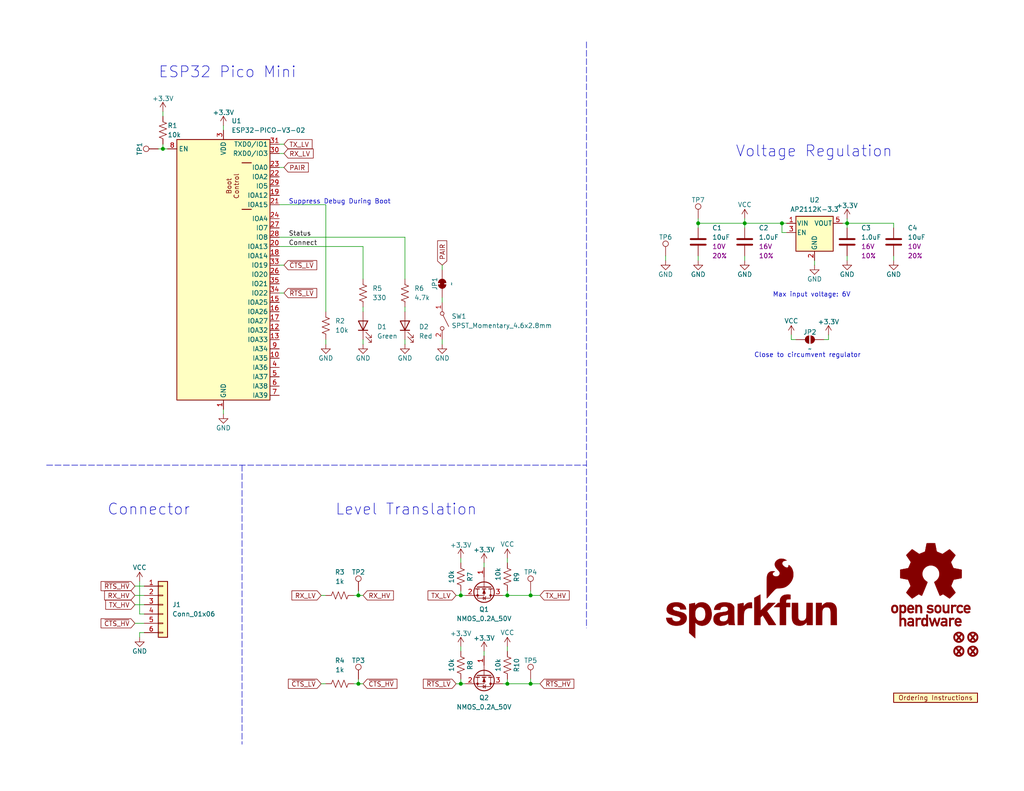
<source format=kicad_sch>
(kicad_sch (version 20230121) (generator eeschema)
  (paper "USLetter")
  (title_block (title "SparkFun BlueSMiRF v2") (date "2023-07-29") (rev "v11") (comment 1 "Designed by: N. Seidle"))
  (lib_symbols
    (symbol "10k_0603_1" (pin_numbers hide) (pin_names (offset 0))
      (property "Reference" "R" (at 0 -2.54 0))
      (property "Value" "10k" (at 0 2.54 0))
      (symbol "10k_0603_1_1_1"
        (pin passive line (at 3.81 0 180) (length 1.27) (name "~") (number "1"))
        (pin passive line (at -3.81 0 0) (length 1.27) (name "~") (number "2"))
      )
    )
    (symbol "10k_0603_2" (pin_numbers hide) (pin_names (offset 0))
      (property "Reference" "R" (at 0 -2.54 0))
      (property "Value" "10k" (at 0 2.54 0))
      (symbol "10k_0603_2_1_1"
        (pin passive line (at 3.81 0 180) (length 1.27) (name "~") (number "1"))
        (pin passive line (at -3.81 0 0) (length 1.27) (name "~") (number "2"))
      )
    )
    (symbol "10k_0603_3" (pin_numbers hide) (pin_names (offset 0))
      (property "Reference" "R" (at 0 -2.54 0))
      (property "Value" "10k" (at 0 2.54 0))
      (symbol "10k_0603_3_1_1"
        (pin passive line (at 3.81 0 180) (length 1.27) (name "~") (number "1"))
        (pin passive line (at -3.81 0 0) (length 1.27) (name "~") (number "2"))
      )
    )
    (symbol "10k_0603_4" (pin_numbers hide) (pin_names (offset 0))
      (property "Reference" "R" (at 0 -2.54 0))
      (property "Value" "10k" (at 0 2.54 0))
      (symbol "10k_0603_4_1_1"
        (pin passive line (at 3.81 0 180) (length 1.27) (name "~") (number "1"))
        (pin passive line (at -3.81 0 0) (length 1.27) (name "~") (number "2"))
      )
    )
    (symbol "10k_0603_5" (pin_numbers hide) (pin_names (offset 0))
      (property "Reference" "R" (at 0 -2.54 0))
      (property "Value" "10k" (at 0 2.54 0))
      (symbol "10k_0603_5_1_1"
        (pin passive line (at 3.81 0 180) (length 1.27) (name "~") (number "1"))
        (pin passive line (at -3.81 0 0) (length 1.27) (name "~") (number "2"))
      )
    )
    (symbol "SparkFun-Aesthetic:Fiducial_0.5"
      (symbol "Fiducial_0.5_1_1"
        (text "x" (at 0 0.254 0) (effects (font (size 2.5 2.5) bold)))
      )
    )
    (symbol "SparkFun-Aesthetic:OSHW_Logo" (pin_names (offset 1.016)) (in_bom no))
    (symbol "SparkFun-Aesthetic:Ordering_Instructions"
      (symbol "Ordering_Instructions_1_1"
        (text "Ordering Instructions" (at 1.27 0 0) (effects (font (size 1.27 1.27))))
      )
    )
    (symbol "SparkFun-Aesthetic:SparkFun_Logo" (pin_names (offset 1.016)) (on_board no))
    (symbol "SparkFun-Capacitor:1.0uF_0603_16V_10%" (pin_numbers hide) (pin_names (offset 0.254))
      (property "Reference" "C" (at 0.635 2.54 0))
      (property "Value" "1.0uF" (at 0.635 -2.54 0))
      (property "Voltage" "16V" (at 0 -6.35 0))
      (property "Tolerance" "10%" (at 0 -8.89 0))
      (symbol "1.0uF_0603_16V_10%_1_1"
        (pin passive line (at 0 3.81 270) (length 2.794) (name "~") (number "1"))
        (pin passive line (at 0 -3.81 90) (length 2.794) (name "~") (number "2"))
      )
    )
    (symbol "SparkFun-Capacitor:10uF_0603_10V_20%" (pin_numbers hide) (pin_names (offset 0.254))
      (property "Reference" "C" (at 0.635 2.54 0))
      (property "Value" "10uF" (at 0.635 -2.54 0))
      (property "Voltage" "10V" (at 0 -6.35 0))
      (property "Tolerance" "20%" (at 0 -8.89 0))
      (symbol "10uF_0603_10V_20%_1_1"
        (pin passive line (at 0 3.81 270) (length 2.794) (name "~") (number "1"))
        (pin passive line (at 0 -3.81 90) (length 2.794) (name "~") (number "2"))
      )
    )
    (symbol "SparkFun-Connector:Conn_01x06_RA_SMD" (pin_names (offset 1.016) hide)
      (property "Reference" "J" (at 0 7.62 0))
      (property "Value" "Conn_01x06" (at 0 -10.16 0))
      (symbol "Conn_01x06_RA_SMD_1_1"
        (pin passive line (at -5.08 5.08 0) (length 3.81) (name "Pin_1") (number "1"))
        (pin passive line (at -5.08 2.54 0) (length 3.81) (name "Pin_2") (number "2"))
        (pin passive line (at -5.08 0 0) (length 3.81) (name "Pin_3") (number "3"))
        (pin passive line (at -5.08 -2.54 0) (length 3.81) (name "Pin_4") (number "4"))
        (pin passive line (at -5.08 -5.08 0) (length 3.81) (name "Pin_5") (number "5"))
        (pin passive line (at -5.08 -7.62 0) (length 3.81) (name "Pin_6") (number "6"))
      )
    )
    (symbol "SparkFun-Connector:TestPoint_0.75mm" (pin_numbers hide) (pin_names (offset 0) hide)
      (property "Reference" "TP" (at 0 5.08 0))
      (symbol "TestPoint_0.75mm_1_1"
        (pin passive line (at 0 0 90) (length 2.54) (name "1") (number "1"))
      )
    )
    (symbol "SparkFun-Connector:TestPoint_PTH" (pin_numbers hide) (pin_names (offset 0.762) hide)
      (property "Reference" "TP" (at 0 5.08 0))
      (symbol "TestPoint_PTH_1_1"
        (pin passive line (at 0 0 90) (length 2.54) (name "1") (number "1"))
      )
    )
    (symbol "SparkFun-DiscreteSemi:Q_NMOS_0.2A_50V" (pin_names (offset 0) hide)
      (property "Reference" "Q" (at 5.08 1.27 0))
      (property "Value" "NMOS_0.2A_50V" (at 5.08 -1.27 0))
      (symbol "Q_NMOS_0.2A_50V_1_1"
        (pin input line (at -5.08 0 0) (length 2.54) (name "G") (number "1"))
        (pin passive line (at 2.54 -5.08 90) (length 2.54) (name "S") (number "2"))
        (pin passive line (at 2.54 5.08 270) (length 2.54) (name "D") (number "3"))
      )
    )
    (symbol "SparkFun-Jumper:SolderJumper_2_Bridged" (pin_numbers hide) (pin_names (offset 0) hide)
      (property "Reference" "JP" (at 0 2.032 0))
      (property "Value" "~" (at 0 -2.54 0))
      (symbol "SolderJumper_2_Bridged_1_1"
        (pin passive line (at -3.81 0 0) (length 2.54) (name "A") (number "1"))
        (pin passive line (at 3.81 0 180) (length 2.54) (name "B") (number "2"))
      )
    )
    (symbol "SparkFun-Jumper:SolderJumper_2_Open" (pin_numbers hide) (pin_names (offset 0) hide)
      (property "Reference" "JP" (at 0 2.032 0))
      (property "Value" "~" (at 0 -2.54 0))
      (symbol "SolderJumper_2_Open_1_1"
        (pin passive line (at -3.81 0 0) (length 2.54) (name "A") (number "1"))
        (pin passive line (at 3.81 0 180) (length 2.54) (name "B") (number "2"))
      )
    )
    (symbol "SparkFun-LED:LED_Green_0603" (pin_numbers hide) (pin_names (offset 1.016) hide)
      (property "Reference" "D" (at 0 2.54 0))
      (property "Value" "Green" (at 0 -2.54 0))
      (symbol "LED_Green_0603_1_1"
        (pin passive line (at -3.81 0 0) (length 2.54) (name "K") (number "1"))
        (pin passive line (at 3.81 0 180) (length 2.54) (name "A") (number "2"))
      )
    )
    (symbol "SparkFun-LED:LED_Red_0603" (pin_numbers hide) (pin_names (offset 1.016) hide)
      (property "Reference" "D" (at 0 2.54 0))
      (property "Value" "Red" (at 0 -2.54 0))
      (symbol "LED_Red_0603_1_1"
        (pin passive line (at -3.81 0 0) (length 2.54) (name "K") (number "1"))
        (pin passive line (at 3.81 0 180) (length 2.54) (name "A") (number "2"))
      )
    )
    (symbol "SparkFun-PowerSymbol:GND" (power) (pin_names (offset 0))
      (property "Value" "GND" (at 0 -3.81 0))
      (symbol "GND_1_1"
        (pin power_in line (at 0 0 270) (length 0) hide (name "GND") (number "1"))
      )
    )
    (symbol "SparkFun-PowerSymbol:VCC" (power) (pin_names (offset 0))
      (property "Value" "VCC" (at 0 3.81 0))
      (symbol "VCC_1_1"
        (pin power_in line (at 0 0 90) (length 0) hide (name "VCC") (number "1"))
      )
    )
    (symbol "SparkFun-RF:ESP32-PICO-V3-02"
      (property "Reference" "U" (at -12.7 33.02 0))
      (property "Value" "ESP32-PICO-V3-02" (at 1.27 33.02 0))
      (symbol "ESP32-PICO-V3-02_1_1"
        (text "Boot\nControl" (at 2.54 19.05 900) (effects (font (size 1.27 1.27))))
        (pin power_in line (at 0 -41.91 90) (length 2.54) (name "GND") (number "1"))
        (pin input line (at 15.24 -27.94 180) (length 2.54) (name "IA35") (number "10"))
        (pin passive line (at 0 -41.91 90) (length 2.54) hide (name "GND") (number "11"))
        (pin bidirectional line (at 15.24 -20.32 180) (length 2.54) (name "IOA32") (number "12"))
        (pin bidirectional line (at 15.24 -22.86 180) (length 2.54) (name "IOA33") (number "13"))
        (pin passive line (at 0 -41.91 90) (length 2.54) hide (name "GND") (number "14"))
        (pin bidirectional line (at 15.24 -12.7 180) (length 2.54) (name "IOA25") (number "15"))
        (pin bidirectional line (at 15.24 -15.24 180) (length 2.54) (name "IOA26") (number "16"))
        (pin bidirectional line (at 15.24 -17.78 180) (length 2.54) (name "IOA27") (number "17"))
        (pin bidirectional line (at 15.24 0 180) (length 2.54) (name "IOA14") (number "18"))
        (pin bidirectional line (at 15.24 16.51 180) (length 2.54) (name "IOA12") (number "19"))
        (pin passive line (at 0 -41.91 90) (length 2.54) hide (name "GND") (number "2"))
        (pin bidirectional line (at 15.24 2.54 180) (length 2.54) (name "IOA13") (number "20"))
        (pin bidirectional line (at 15.24 13.97 180) (length 2.54) (name "IOA15") (number "21"))
        (pin bidirectional line (at 15.24 21.59 180) (length 2.54) (name "IOA2") (number "22"))
        (pin bidirectional line (at 15.24 24.13 180) (length 2.54) (name "IOA0") (number "23"))
        (pin bidirectional line (at 15.24 10.16 180) (length 2.54) (name "IOA4") (number "24"))
        (pin no_connect line (at -12.7 -11.43 0) (length 2.54) hide (name "NC") (number "25"))
        (pin bidirectional line (at 15.24 -5.08 180) (length 2.54) (name "IO20") (number "26"))
        (pin bidirectional line (at 15.24 7.62 180) (length 2.54) (name "IO7") (number "27"))
        (pin bidirectional line (at 15.24 5.08 180) (length 2.54) (name "IO8") (number "28"))
        (pin bidirectional line (at 15.24 19.05 180) (length 2.54) (name "IO5") (number "29"))
        (pin power_in line (at 0 34.29 270) (length 2.54) (name "VDD") (number "3"))
        (pin bidirectional line (at 15.24 27.94 180) (length 2.54) (name "RXD0/IO3") (number "30"))
        (pin bidirectional line (at 15.24 30.48 180) (length 2.54) (name "TXD0/IO1") (number "31"))
        (pin no_connect line (at -12.7 -13.97 0) (length 2.54) hide (name "NC") (number "32"))
        (pin bidirectional line (at 15.24 -2.54 180) (length 2.54) (name "IO19") (number "33"))
        (pin bidirectional line (at 15.24 -10.16 180) (length 2.54) (name "IO22") (number "34"))
        (pin bidirectional line (at 15.24 -7.62 180) (length 2.54) (name "IO21") (number "35"))
        (pin passive line (at 0 -41.91 90) (length 2.54) hide (name "GND") (number "36"))
        (pin passive line (at 0 -41.91 90) (length 2.54) hide (name "GND") (number "37"))
        (pin passive line (at 0 -41.91 90) (length 2.54) hide (name "GND") (number "38"))
        (pin passive line (at 0 -41.91 90) (length 2.54) hide (name "GND") (number "39"))
        (pin input line (at 15.24 -30.48 180) (length 2.54) (name "IA36") (number "4"))
        (pin passive line (at 0 -41.91 90) (length 2.54) hide (name "GND") (number "40"))
        (pin passive line (at 0 -41.91 90) (length 2.54) hide (name "GND") (number "41"))
        (pin passive line (at 0 -41.91 90) (length 2.54) hide (name "GND") (number "42"))
        (pin passive line (at 0 -41.91 90) (length 2.54) hide (name "GND") (number "43"))
        (pin passive line (at 0 -41.91 90) (length 2.54) hide (name "GND") (number "44"))
        (pin passive line (at 0 -41.91 90) (length 2.54) hide (name "GND") (number "45"))
        (pin passive line (at 0 -41.91 90) (length 2.54) hide (name "GND") (number "46"))
        (pin passive line (at 0 -41.91 90) (length 2.54) hide (name "GND") (number "47"))
        (pin passive line (at 0 -41.91 90) (length 2.54) hide (name "GND") (number "48"))
        (pin passive line (at 0 -41.91 90) (length 2.54) hide (name "GND") (number "49.1"))
        (pin passive line (at 0 -41.91 90) (length 2.54) hide (name "GND") (number "49.2"))
        (pin passive line (at 0 -41.91 90) (length 2.54) hide (name "GND") (number "49.3"))
        (pin passive line (at 0 -41.91 90) (length 2.54) hide (name "GND") (number "49.4"))
        (pin passive line (at 0 -41.91 90) (length 2.54) hide (name "GND") (number "49.5"))
        (pin passive line (at 0 -41.91 90) (length 2.54) hide (name "GND") (number "49.6"))
        (pin passive line (at 0 -41.91 90) (length 2.54) hide (name "GND") (number "49.7"))
        (pin passive line (at 0 -41.91 90) (length 2.54) hide (name "GND") (number "49.8"))
        (pin passive line (at 0 -41.91 90) (length 2.54) hide (name "GND") (number "49.9"))
        (pin input line (at 15.24 -33.02 180) (length 2.54) (name "IA37") (number "5"))
        (pin passive line (at 0 -41.91 90) (length 2.54) hide (name "GND") (number "50"))
        (pin passive line (at 0 -41.91 90) (length 2.54) hide (name "GND") (number "51"))
        (pin passive line (at 0 -41.91 90) (length 2.54) hide (name "GND") (number "52"))
        (pin passive line (at 0 -41.91 90) (length 2.54) hide (name "GND") (number "53"))
        (pin input line (at 15.24 -35.56 180) (length 2.54) (name "IA38") (number "6"))
        (pin input line (at 15.24 -38.1 180) (length 2.54) (name "IA39") (number "7"))
        (pin input line (at -15.24 29.21 0) (length 2.54) (name "EN") (number "8"))
        (pin input line (at 15.24 -25.4 180) (length 2.54) (name "IA34") (number "9"))
      )
    )
    (symbol "SparkFun-Regulator:AP2112K-3.3" (pin_names (offset 0.254))
      (property "Reference" "U3" (at 0 8.89 0))
      (property "Value" "AP2112K-3.3" (at 0 6.35 0))
      (symbol "AP2112K-3.3_1_1"
        (pin power_in line (at -7.62 2.54 0) (length 2.54) (name "VIN") (number "1"))
        (pin power_in line (at 0 -7.62 90) (length 2.54) (name "GND") (number "2"))
        (pin input line (at -7.62 0 0) (length 2.54) (name "EN") (number "3"))
        (pin no_connect line (at 5.08 0 180) (length 2.54) hide (name "NC") (number "4"))
        (pin power_out line (at 7.62 2.54 180) (length 2.54) (name "VOUT") (number "5"))
      )
    )
    (symbol "SparkFun-Resistor:10k_0603" (pin_numbers hide) (pin_names (offset 0))
      (property "Reference" "R" (at 2.54 0 90))
      (property "Value" "10k" (at -2.54 0 90))
      (symbol "10k_0603_1_1"
        (pin passive line (at 0 3.81 270) (length 1.27) (name "~") (number "1"))
        (pin passive line (at 0 -3.81 90) (length 1.27) (name "~") (number "2"))
      )
    )
    (symbol "SparkFun-Resistor:1k_0603" (pin_numbers hide) (pin_names (offset 0))
      (property "Reference" "R" (at 2.54 0 90))
      (property "Value" "1k" (at -2.54 0 90))
      (symbol "1k_0603_1_1"
        (pin passive line (at 0 3.81 270) (length 1.27) (name "~") (number "1"))
        (pin passive line (at 0 -3.81 90) (length 1.27) (name "~") (number "2"))
      )
    )
    (symbol "SparkFun-Resistor:330_0603" (pin_numbers hide) (pin_names (offset 0))
      (property "Reference" "R" (at 2.54 0 90))
      (property "Value" "330" (at -2.54 0 90))
      (symbol "330_0603_1_1"
        (pin passive line (at 0 3.81 270) (length 1.27) (name "~") (number "1"))
        (pin passive line (at 0 -3.81 90) (length 1.27) (name "~") (number "2"))
      )
    )
    (symbol "SparkFun-Resistor:4.7k_0603" (pin_numbers hide) (pin_names (offset 0))
      (property "Reference" "R" (at 2.54 0 90))
      (property "Value" "4.7k" (at -2.54 0 90))
      (symbol "4.7k_0603_1_1"
        (pin passive line (at 0 3.81 270) (length 1.27) (name "~") (number "1"))
        (pin passive line (at 0 -3.81 90) (length 1.27) (name "~") (number "2"))
      )
    )
    (symbol "SparkFun-Switch:SPST_Momentary_4.6x2.8mm" (pin_names (offset 0) hide)
      (property "Reference" "SW" (at 0 3.175 0))
      (property "Value" "SPST_Momentary_4.6x2.8mm" (at 0 -2.54 0))
      (symbol "SPST_Momentary_4.6x2.8mm_1_1"
        (pin passive line (at -5.08 0 0) (length 2.54) (name "A") (number "1"))
        (pin passive line (at 5.08 0 180) (length 2.54) (name "B") (number "2"))
      )
    )
    (symbol "power:+3.3V" (power) (pin_names (offset 0))
      (property "Value" "+3.3V" (at 0 3.556 0))
      (symbol "+3.3V_1_1"
        (pin power_in line (at 0 0 90) (length 0) hide (name "+3.3V") (number "1"))
      )
    )
    (symbol "power:GND" (power) (pin_names (offset 0))
      (property "Value" "GND" (at 0 -3.81 0))
      (symbol "GND_1_1"
        (pin power_in line (at 0 0 270) (length 0) hide (name "GND") (number "1"))
      )
    )
  )
  (junction (at 97.79 162.56))
  (junction (at 125.73 162.56))
  (junction (at 44.45 40.64))
  (junction (at 231.14 60.96))
  (junction (at 97.79 186.69))
  (junction (at 144.78 186.69))
  (junction (at 213.36 60.96))
  (junction (at 144.78 162.56))
  (junction (at 138.43 186.69))
  (junction (at 138.43 162.56))
  (junction (at 190.5 60.96))
  (junction (at 125.73 186.69))
  (junction (at 203.2 60.96))
  (wire (pts (xy 39.37 167.64) (xy 38.1 167.64)))
  (wire (pts (xy 99.06 67.31) (xy 99.06 76.2)))
  (wire (pts (xy 45.72 40.64) (xy 44.45 40.64)))
  (wire (pts (xy 110.49 64.77) (xy 110.49 76.2)))
  (wire (pts (xy 138.43 152.4) (xy 138.43 153.67)))
  (wire (pts (xy 138.43 185.42) (xy 138.43 186.69)))
  (wire (pts (xy 144.78 161.29) (xy 144.78 162.56)))
  (wire (pts (xy 213.36 60.96) (xy 214.63 60.96)))
  (wire (pts (xy 138.43 161.29) (xy 138.43 162.56)))
  (wire (pts (xy 60.96 34.29) (xy 60.96 35.56)))
  (wire (pts (xy 138.43 186.69) (xy 144.78 186.69)))
  (wire (pts (xy 97.79 185.42) (xy 97.79 186.69)))
  (wire (pts (xy 88.9 55.88) (xy 88.9 85.09)))
  (wire (pts (xy 132.08 177.8) (xy 132.08 179.07)))
  (wire (pts (xy 76.2 45.72) (xy 77.47 45.72)))
  (wire (pts (xy 99.06 92.71) (xy 99.06 93.98)))
  (wire (pts (xy 231.14 60.96) (xy 243.84 60.96)))
  (wire (pts (xy 222.25 71.12) (xy 222.25 72.39)))
  (wire (pts (xy 190.5 60.96) (xy 203.2 60.96)))
  (wire (pts (xy 138.43 176.53) (xy 138.43 177.8)))
  (wire (pts (xy 87.63 162.56) (xy 88.9 162.56)))
  (wire (pts (xy 125.73 152.4) (xy 125.73 153.67)))
  (wire (pts (xy 203.2 69.85) (xy 203.2 71.12)))
  (wire (pts (xy 224.79 92.71) (xy 226.06 92.71)))
  (wire (pts (xy 125.73 161.29) (xy 125.73 162.56)))
  (wire (pts (xy 127 162.56) (xy 125.73 162.56)))
  (wire (pts (xy 87.63 186.69) (xy 88.9 186.69)))
  (wire (pts (xy 132.08 153.67) (xy 132.08 154.94)))
  (polyline (pts (xy 66.04 127) (xy 66.04 203.2)) (stroke (width 0) (type dash)))
  (wire (pts (xy 190.5 59.69) (xy 190.5 60.96)))
  (wire (pts (xy 76.2 39.37) (xy 77.47 39.37)))
  (wire (pts (xy 76.2 80.01) (xy 77.47 80.01)))
  (wire (pts (xy 120.65 93.98) (xy 120.65 92.71)))
  (wire (pts (xy 99.06 83.82) (xy 99.06 85.09)))
  (wire (pts (xy 190.5 62.23) (xy 190.5 60.96)))
  (wire (pts (xy 36.83 160.02) (xy 39.37 160.02)))
  (wire (pts (xy 144.78 186.69) (xy 147.32 186.69)))
  (wire (pts (xy 39.37 172.72) (xy 38.1 172.72)))
  (wire (pts (xy 44.45 30.48) (xy 44.45 31.75)))
  (wire (pts (xy 97.79 186.69) (xy 99.06 186.69)))
  (wire (pts (xy 203.2 59.69) (xy 203.2 60.96)))
  (wire (pts (xy 124.46 162.56) (xy 125.73 162.56)))
  (wire (pts (xy 125.73 185.42) (xy 125.73 186.69)))
  (wire (pts (xy 76.2 64.77) (xy 110.49 64.77)))
  (wire (pts (xy 96.52 186.69) (xy 97.79 186.69)))
  (wire (pts (xy 203.2 60.96) (xy 203.2 62.23)))
  (wire (pts (xy 137.16 162.56) (xy 138.43 162.56)))
  (wire (pts (xy 214.63 63.5) (xy 213.36 63.5)))
  (wire (pts (xy 36.83 162.56) (xy 39.37 162.56)))
  (wire (pts (xy 243.84 60.96) (xy 243.84 62.23)))
  (wire (pts (xy 231.14 69.85) (xy 231.14 71.12)))
  (wire (pts (xy 124.46 186.69) (xy 125.73 186.69)))
  (wire (pts (xy 138.43 162.56) (xy 144.78 162.56)))
  (wire (pts (xy 88.9 93.98) (xy 88.9 92.71)))
  (wire (pts (xy 213.36 63.5) (xy 213.36 60.96)))
  (wire (pts (xy 44.45 40.64) (xy 44.45 39.37)))
  (wire (pts (xy 76.2 67.31) (xy 99.06 67.31)))
  (wire (pts (xy 60.96 113.03) (xy 60.96 111.76)))
  (wire (pts (xy 215.9 91.44) (xy 215.9 92.71)))
  (wire (pts (xy 76.2 55.88) (xy 88.9 55.88)))
  (wire (pts (xy 144.78 185.42) (xy 144.78 186.69)))
  (wire (pts (xy 231.14 60.96) (xy 231.14 62.23)))
  (wire (pts (xy 231.14 59.69) (xy 231.14 60.96)))
  (wire (pts (xy 76.2 41.91) (xy 77.47 41.91)))
  (wire (pts (xy 36.83 165.1) (xy 39.37 165.1)))
  (wire (pts (xy 38.1 172.72) (xy 38.1 173.99)))
  (wire (pts (xy 96.52 162.56) (xy 97.79 162.56)))
  (wire (pts (xy 97.79 161.29) (xy 97.79 162.56)))
  (wire (pts (xy 137.16 186.69) (xy 138.43 186.69)))
  (wire (pts (xy 120.65 72.39) (xy 120.65 73.66)))
  (wire (pts (xy 243.84 69.85) (xy 243.84 71.12)))
  (wire (pts (xy 97.79 162.56) (xy 99.06 162.56)))
  (polyline (pts (xy 12.7 127) (xy 160.02 127)) (stroke (width 0) (type dash)))
  (wire (pts (xy 76.2 72.39) (xy 77.47 72.39)))
  (wire (pts (xy 190.5 69.85) (xy 190.5 71.12)))
  (wire (pts (xy 203.2 60.96) (xy 213.36 60.96)))
  (wire (pts (xy 125.73 186.69) (xy 127 186.69)))
  (wire (pts (xy 110.49 92.71) (xy 110.49 93.98)))
  (wire (pts (xy 43.18 40.64) (xy 44.45 40.64)))
  (wire (pts (xy 144.78 162.56) (xy 147.32 162.56)))
  (wire (pts (xy 120.65 81.28) (xy 120.65 82.55)))
  (wire (pts (xy 229.87 60.96) (xy 231.14 60.96)))
  (wire (pts (xy 181.61 71.12) (xy 181.61 69.85)))
  (wire (pts (xy 215.9 92.71) (xy 217.17 92.71)))
  (wire (pts (xy 226.06 91.44) (xy 226.06 92.71)))
  (wire (pts (xy 38.1 158.75) (xy 38.1 167.64)))
  (wire (pts (xy 125.73 176.53) (xy 125.73 177.8)))
  (wire (pts (xy 36.83 170.18) (xy 39.37 170.18)))
  (polyline (pts (xy 160.02 11.43) (xy 160.02 171.45)) (stroke (width 0) (type dash)))
  (wire (pts (xy 110.49 83.82) (xy 110.49 85.09)))
  (text "Max input voltage: 6V" (at 210.82 81.28 0) (effects (font (size 1.27 1.27)) (justify left bottom)))
  (text "ESP32 Pico Mini\n" (at 43.18 21.59 0) (effects (font (size 3 3)) (justify left bottom)))
  (text "Connector\n" (at 29.21 140.97 0) (effects (font (size 3 3)) (justify left bottom)))
  (text "Level Translation\n" (at 91.44 140.97 0) (effects (font (size 3 3)) (justify left bottom)))
  (text "Voltage Regulation" (at 200.66 43.18 0) (effects (font (size 3 3)) (justify left bottom)))
  (text "Suppress Debug During Boot" (at 78.74 55.88 0) (effects (font (size 1.27 1.27)) (justify left bottom)))
  (text "Close to circumvent regulator" (at 205.74 97.79 0) (effects (font (size 1.27 1.27)) (justify left bottom)))
  (label "Status" (at 78.74 64.77 0))
  (label "Connect" (at 78.74 67.31 0))
  (global_label "TX_LV" (shape input) (at 77.47 39.37 0) (property "Intersheetrefs" "${INTERSHEET_REFS}" (effects hide)))
  (global_label "RX_HV" (shape input) (at 36.83 162.56 180) (property "Intersheetrefs" "${INTERSHEET_REFS}" (effects hide)))
  (global_label "~{RTS_LV}" (shape input) (at 124.46 186.69 180) (property "Intersheetrefs" "${INTERSHEET_REFS}" (effects hide)))
  (global_label "~{CTS_HV}" (shape input) (at 99.06 186.69 0) (property "Intersheetrefs" "${INTERSHEET_REFS}" (effects hide)))
  (global_label "~{RTS_HV}" (shape input) (at 147.32 186.69 0) (property "Intersheetrefs" "${INTERSHEET_REFS}" (effects hide)))
  (global_label "RX_LV" (shape input) (at 87.63 162.56 180) (property "Intersheetrefs" "${INTERSHEET_REFS}" (effects hide)))
  (global_label "PAIR" (shape input) (at 120.65 72.39 90) (property "Intersheetrefs" "${INTERSHEET_REFS}" (effects hide)))
  (global_label "~{CTS_LV}" (shape input) (at 77.47 72.39 0) (property "Intersheetrefs" "${INTERSHEET_REFS}" (effects hide)))
  (global_label "PAIR" (shape input) (at 77.47 45.72 0) (property "Intersheetrefs" "${INTERSHEET_REFS}" (effects hide)))
  (global_label "TX_HV" (shape input) (at 147.32 162.56 0) (property "Intersheetrefs" "${INTERSHEET_REFS}" (effects hide)))
  (global_label "RX_HV" (shape input) (at 99.06 162.56 0) (property "Intersheetrefs" "${INTERSHEET_REFS}" (effects hide)))
  (global_label "~{RTS_HV}" (shape input) (at 36.83 160.02 180) (property "Intersheetrefs" "${INTERSHEET_REFS}" (effects hide)))
  (global_label "RX_LV" (shape input) (at 77.47 41.91 0) (property "Intersheetrefs" "${INTERSHEET_REFS}" (effects hide)))
  (global_label "~{RTS_LV}" (shape input) (at 77.47 80.01 0) (property "Intersheetrefs" "${INTERSHEET_REFS}" (effects hide)))
  (global_label "TX_HV" (shape input) (at 36.83 165.1 180) (property "Intersheetrefs" "${INTERSHEET_REFS}" (effects hide)))
  (global_label "~{CTS_HV}" (shape input) (at 36.83 170.18 180) (property "Intersheetrefs" "${INTERSHEET_REFS}" (effects hide)))
  (global_label "~{CTS_LV}" (shape input) (at 87.63 186.69 180) (property "Intersheetrefs" "${INTERSHEET_REFS}" (effects hide)))
  (global_label "TX_LV" (shape input) (at 124.46 162.56 180) (property "Intersheetrefs" "${INTERSHEET_REFS}" (effects hide)))
  (symbol (lib_id "SparkFun-Aesthetic:Fiducial_0.5") (at 265.43 177.8 0) (unit 1)
    (property "Reference" "FID4" (effects hide))
    (property "Value" "Fiducial_0.5" (effects hide))
    (property "Footprint" "SparkFun-Aesthetic:Fiducial_0.5mm_Mask1mm" (effects hide))
  )
  (symbol (lib_id "SparkFun-Aesthetic:Fiducial_0.5") (at 265.43 173.99 0) (unit 1)
    (property "Reference" "FID3" (effects hide))
    (property "Value" "Fiducial_0.5" (effects hide))
    (property "Footprint" "SparkFun-Aesthetic:Fiducial_0.5mm_Mask1mm" (effects hide))
  )
  (symbol (lib_id "SparkFun-Jumper:SolderJumper_2_Bridged") (at 120.65 77.47 90) (unit 1)
    (property "Reference" "JP1" (at 118.618 77.47 0))
    (property "Value" "~" (at 123.19 77.47 0))
    (property "Footprint" "SparkFun-Jumper:SMT-JUMPER_2_NC_TRACE_SILK" (effects hide))
  )
  (symbol (lib_id "SparkFun-LED:LED_Green_0603") (at 99.06 88.9 90) (unit 1)
    (property "Reference" "D1" (at 102.87 89.2175 90) (effects (justify right)))
    (property "Value" "Green" (at 102.87 91.7575 90) (effects (justify right)))
    (property "Footprint" "SparkFun-LED:LED_0603_1608Metric" (effects hide))
    (property "Datasheet" "https://docs.broadcom.com/docs/AV02-0551EN" (effects hide))
    (property "PROD_ID" "DIO-00821" (effects hide))
  )
  (symbol (lib_id "SparkFun-Capacitor:1.0uF_0603_16V_10%") (at 231.14 66.04 0) (unit 1)
    (property "Reference" "C3" (at 234.95 62.23 0) (effects (justify left)))
    (property "Value" "1.0uF" (at 234.95 64.77 0) (effects (justify left)))
    (property "Footprint" "SparkFun-Capacitor:C_0603_1608Metric" (effects hide))
    (property "Datasheet" "https://cdn.sparkfun.com/assets/8/a/4/a/5/Kemet_Capacitor_Datasheet.pdf" (effects hide))
    (property "PROD_ID" "CAP-13930" (effects hide))
    (property "Voltage" "16V" (at 234.95 67.31 0) (effects (justify left)))
    (property "Tolerance" "10%" (at 234.95 69.85 0) (effects (justify left)))
  )
  (symbol (lib_id "SparkFun-PowerSymbol:VCC") (at 203.2 59.69 0) (unit 1)
    (property "Reference" "#PWR0107" (effects hide))
    (property "Value" "VCC" (at 203.2 55.88 0))
  )
  (symbol (lib_id "SparkFun-Connector:TestPoint_0.75mm") (at 97.79 185.42 0) (unit 1)
    (property "Reference" "TP3" (at 97.79 180.34 0))
    (property "Value" "TestPoint_0.75mm" (effects hide))
    (property "Footprint" "SparkFun-Connector:TestPoint-0.75mm" (effects hide))
  )
  (symbol (lib_id "power:GND") (at 222.25 72.39 0) (unit 1)
    (property "Reference" "#PWR0116" (effects hide))
    (property "Value" "GND" (at 222.25 76.2 0))
  )
  (symbol (lib_id "SparkFun-Aesthetic:SparkFun_Logo") (at 204.47 167.64 0) (unit 1) (on_board no)
    (property "Reference" "G1" (effects hide))
    (property "Value" "SparkFun_Logo" (effects hide))
  )
  (symbol (lib_id "power:GND") (at 243.84 71.12 0) (unit 1)
    (property "Reference" "#PWR0119" (effects hide))
    (property "Value" "GND" (at 243.84 74.93 0))
  )
  (symbol (lib_name "10k_0603_1") (lib_id "SparkFun-Resistor:10k_0603") (at 125.73 157.48 90) (unit 1)
    (property "Reference" "R7" (at 128.27 157.48 0))
    (property "Value" "10k" (at 123.19 157.48 0))
    (property "Footprint" "SparkFun-Resistor:R_0603_1608Metric" (effects hide))
    (property "Datasheet" "https://www.vishay.com/docs/20035/dcrcwe3.pdf" (effects hide))
    (property "PROD_ID" "RES-00824" (effects hide))
  )
  (symbol (lib_id "SparkFun-Connector:TestPoint_0.75mm") (at 97.79 161.29 0) (unit 1)
    (property "Reference" "TP2" (at 97.79 156.21 0))
    (property "Value" "TestPoint_0.75mm" (effects hide))
    (property "Footprint" "SparkFun-Connector:TestPoint-0.75mm" (effects hide))
  )
  (symbol (lib_id "SparkFun-RF:ESP32-PICO-V3-02") (at 60.96 69.85 0) (unit 1)
    (property "Reference" "U1" (at 63.1541 33.02 0) (effects (justify left)))
    (property "Value" "ESP32-PICO-V3-02" (at 63.1541 35.56 0) (effects (justify left)))
    (property "Footprint" "SparkFun-RF:ESP32-MINI" (effects hide))
    (property "Datasheet" "https://www.espressif.com/sites/default/files/documentation/esp32-pico-mini-02_datasheet_en.pdf" (effects hide))
    (property "PROD_ID" "IC-19692" (effects hide))
  )
  (symbol (lib_id "power:+3.3V") (at 125.73 176.53 0) (unit 1)
    (property "Reference" "#PWR0113" (effects hide))
    (property "Value" "+3.3V" (at 125.73 172.974 0))
  )
  (symbol (lib_id "SparkFun-Resistor:1k_0603") (at 92.71 162.56 90) (unit 1)
    (property "Reference" "R3" (at 92.71 156.21 90))
    (property "Value" "1k" (at 92.71 158.75 90))
    (property "Footprint" "SparkFun-Resistor:R_0603_1608Metric" (effects hide))
    (property "Datasheet" "https://www.vishay.com/docs/20035/dcrcwe3.pdf" (effects hide))
    (property "PROD_ID" "RES-07856" (effects hide))
  )
  (symbol (lib_id "power:GND") (at 203.2 71.12 0) (unit 1)
    (property "Reference" "#PWR0104" (effects hide))
    (property "Value" "GND" (at 203.2 74.93 0))
  )
  (symbol (lib_id "SparkFun-Capacitor:10uF_0603_10V_20%") (at 190.5 66.04 0) (unit 1)
    (property "Reference" "C1" (at 194.31 62.23 0) (effects (justify left)))
    (property "Value" "10uF" (at 194.31 64.77 0) (effects (justify left)))
    (property "Footprint" "SparkFun-Capacitor:C_0603_1608Metric" (effects hide))
    (property "Datasheet" "https://cdn.sparkfun.com/assets/8/a/4/a/5/Kemet_Capacitor_Datasheet.pdf" (effects hide))
    (property "PROD_ID" "CAP-20155" (effects hide))
    (property "Voltage" "10V" (at 194.31 67.31 0) (effects (justify left)))
    (property "Tolerance" "20%" (at 194.31 69.85 0) (effects (justify left)))
  )
  (symbol (lib_id "SparkFun-PowerSymbol:GND") (at 120.65 93.98 0) (unit 1)
    (property "Reference" "#PWR0123" (effects hide))
    (property "Value" "GND" (at 120.65 97.79 0))
  )
  (symbol (lib_id "SparkFun-DiscreteSemi:Q_NMOS_0.2A_50V") (at 132.08 160.02 270) (unit 1)
    (property "Reference" "Q1" (at 132.08 166.37 90))
    (property "Value" "NMOS_0.2A_50V" (at 132.08 168.91 90))
    (property "Footprint" "SparkFun-Semiconductor-Standard:SOT23-3" (effects hide))
    (property "Datasheet" "https://cdn.sparkfun.com/datasheets/BreakoutBoards/BSS138.pdf" (effects hide))
    (property "PROD_ID" "TRANS-00830" (effects hide))
  )
  (symbol (lib_id "SparkFun-Capacitor:1.0uF_0603_16V_10%") (at 203.2 66.04 0) (unit 1)
    (property "Reference" "C2" (at 207.01 62.23 0) (effects (justify left)))
    (property "Value" "1.0uF" (at 207.01 64.77 0) (effects (justify left)))
    (property "Footprint" "SparkFun-Capacitor:C_0603_1608Metric" (effects hide))
    (property "Datasheet" "https://cdn.sparkfun.com/assets/8/a/4/a/5/Kemet_Capacitor_Datasheet.pdf" (effects hide))
    (property "PROD_ID" "CAP-13930" (effects hide))
    (property "Voltage" "16V" (at 207.01 67.31 0) (effects (justify left)))
    (property "Tolerance" "10%" (at 207.01 69.85 0) (effects (justify left)))
  )
  (symbol (lib_id "SparkFun-PowerSymbol:VCC") (at 215.9 91.44 0) (unit 1)
    (property "Reference" "#PWR0121" (effects hide))
    (property "Value" "VCC" (at 215.9 87.63 0))
  )
  (symbol (lib_id "SparkFun-Switch:SPST_Momentary_4.6x2.8mm") (at 120.65 87.63 270) (unit 1)
    (property "Reference" "SW1" (at 123.19 86.36 90) (effects (justify left)))
    (property "Value" "SPST_Momentary_4.6x2.8mm" (at 123.19 88.9 90) (effects (justify left)))
    (property "Footprint" "SparkFun-Switch:Momentary_SMD_4.6x2.8mm" (effects hide))
    (property "PROD_ID" "SWCH-15606" (effects hide))
  )
  (symbol (lib_id "SparkFun-Connector:TestPoint_0.75mm") (at 190.5 59.69 0) (unit 1)
    (property "Reference" "TP7" (at 190.5 54.61 0))
    (property "Value" "TestPoint_0.75mm" (effects hide))
    (property "Footprint" "SparkFun-Connector:TestPoint-0.75mm" (effects hide))
  )
  (symbol (lib_id "SparkFun-Resistor:330_0603") (at 99.06 80.01 0) (unit 1)
    (property "Reference" "R5" (at 101.6 78.74 0) (effects (justify left)))
    (property "Value" "330" (at 101.6 81.28 0) (effects (justify left)))
    (property "Footprint" "SparkFun-Resistor:R_0603_1608Metric" (effects hide))
    (property "Datasheet" "https://www.vishay.com/docs/20035/dcrcwe3.pdf" (effects hide))
    (property "PROD_ID" "RES-00818" (effects hide))
  )
  (symbol (lib_id "SparkFun-Resistor:1k_0603") (at 92.71 186.69 90) (unit 1)
    (property "Reference" "R4" (at 92.71 180.34 90))
    (property "Value" "1k" (at 92.71 182.88 90))
    (property "Footprint" "SparkFun-Resistor:R_0603_1608Metric" (effects hide))
    (property "Datasheet" "https://www.vishay.com/docs/20035/dcrcwe3.pdf" (effects hide))
    (property "PROD_ID" "RES-07856" (effects hide))
  )
  (symbol (lib_id "SparkFun-DiscreteSemi:Q_NMOS_0.2A_50V") (at 132.08 184.15 270) (unit 1)
    (property "Reference" "Q2" (at 132.08 190.5 90))
    (property "Value" "NMOS_0.2A_50V" (at 132.08 193.04 90))
    (property "Footprint" "SparkFun-Semiconductor-Standard:SOT23-3" (effects hide))
    (property "Datasheet" "https://cdn.sparkfun.com/datasheets/BreakoutBoards/BSS138.pdf" (effects hide))
    (property "PROD_ID" "TRANS-00830" (effects hide))
  )
  (symbol (lib_id "SparkFun-Capacitor:10uF_0603_10V_20%") (at 243.84 66.04 0) (unit 1)
    (property "Reference" "C4" (at 247.65 62.23 0) (effects (justify left)))
    (property "Value" "10uF" (at 247.65 64.77 0) (effects (justify left)))
    (property "Footprint" "SparkFun-Capacitor:C_0603_1608Metric" (effects hide))
    (property "Datasheet" "https://cdn.sparkfun.com/assets/8/a/4/a/5/Kemet_Capacitor_Datasheet.pdf" (effects hide))
    (property "PROD_ID" "CAP-20155" (effects hide))
    (property "Voltage" "10V" (at 247.65 67.31 0) (effects (justify left)))
    (property "Tolerance" "20%" (at 247.65 69.85 0) (effects (justify left)))
  )
  (symbol (lib_id "SparkFun-Aesthetic:Fiducial_0.5") (at 261.62 173.99 0) (unit 1)
    (property "Reference" "FID1" (effects hide))
    (property "Value" "Fiducial_0.5" (effects hide))
    (property "Footprint" "SparkFun-Aesthetic:Fiducial_0.5mm_Mask1mm" (effects hide))
  )
  (symbol (lib_id "SparkFun-Resistor:4.7k_0603") (at 110.49 80.01 0) (unit 1)
    (property "Reference" "R6" (at 113.03 78.74 0) (effects (justify left)))
    (property "Value" "4.7k" (at 113.03 81.28 0) (effects (justify left)))
    (property "Footprint" "SparkFun-Resistor:R_0603_1608Metric" (effects hide))
    (property "Datasheet" "https://www.vishay.com/docs/20035/dcrcwe3.pdf" (effects hide))
    (property "PROD_ID" "RES-07857" (effects hide))
  )
  (symbol (lib_id "SparkFun-Connector:Conn_01x06_RA_SMD") (at 44.45 165.1 0) (unit 1)
    (property "Reference" "J1" (at 46.99 165.1 0) (effects (justify left)))
    (property "Value" "Conn_01x06" (at 46.99 167.64 0) (effects (justify left)))
    (property "Footprint" "SparkFun-Connector:1X06-SMD_RA_MALE" (effects hide))
    (property "Datasheet" "https://www.sparkfun.com/datasheets/Prototyping/Connectors/11029.pdf" (effects hide))
    (property "PROD_ID" "CONN-08971" (effects hide))
  )
  (symbol (lib_id "power:+3.3V") (at 132.08 177.8 0) (unit 1)
    (property "Reference" "#PWR0115" (effects hide))
    (property "Value" "+3.3V" (at 132.08 174.244 0))
  )
  (symbol (lib_id "power:+3.3V") (at 44.45 30.48 0) (unit 1)
    (property "Reference" "#PWR0101" (effects hide))
    (property "Value" "+3.3V" (at 44.45 26.924 0))
  )
  (symbol (lib_id "SparkFun-Connector:TestPoint_0.75mm") (at 144.78 185.42 0) (unit 1)
    (property "Reference" "TP5" (at 144.78 180.34 0))
    (property "Value" "TestPoint_0.75mm" (effects hide))
    (property "Footprint" "SparkFun-Connector:TestPoint-0.75mm" (effects hide))
  )
  (symbol (lib_id "power:GND") (at 60.96 113.03 0) (unit 1)
    (property "Reference" "#PWR0103" (effects hide))
    (property "Value" "GND" (at 60.96 116.84 0))
  )
  (symbol (lib_id "power:+3.3V") (at 132.08 153.67 0) (unit 1)
    (property "Reference" "#PWR0110" (effects hide))
    (property "Value" "+3.3V" (at 132.08 150.114 0))
  )
  (symbol (lib_name "10k_0603_2") (lib_id "SparkFun-Resistor:10k_0603") (at 138.43 157.48 90) (unit 1)
    (property "Reference" "R9" (at 140.97 156.21 0) (effects (justify right)))
    (property "Value" "10k" (at 135.89 154.94 0) (effects (justify right)))
    (property "Footprint" "SparkFun-Resistor:R_0603_1608Metric" (effects hide))
    (property "Datasheet" "https://www.vishay.com/docs/20035/dcrcwe3.pdf" (effects hide))
    (property "PROD_ID" "RES-00824" (effects hide))
  )
  (symbol (lib_id "SparkFun-PowerSymbol:VCC") (at 138.43 152.4 0) (unit 1)
    (property "Reference" "#PWR0111" (effects hide))
    (property "Value" "VCC" (at 138.43 148.59 0))
  )
  (symbol (lib_id "SparkFun-Regulator:AP2112K-3.3") (at 222.25 63.5 0) (unit 1)
    (property "Reference" "U2" (at 222.25 54.61 0))
    (property "Value" "AP2112K-3.3" (at 222.25 57.15 0))
    (property "Footprint" "SparkFun-Semiconductor-Standard:SOT23-5" (effects hide))
    (property "Datasheet" "https://www.diodes.com/assets/Datasheets/AP2112.pdf" (effects hide))
    (property "PROD_ID" "VREG-12457" (effects hide))
  )
  (symbol (lib_id "SparkFun-PowerSymbol:GND") (at 110.49 93.98 0) (unit 1)
    (property "Reference" "#PWR0122" (effects hide))
    (property "Value" "GND" (at 110.49 97.79 0))
  )
  (symbol (lib_id "power:+3.3V") (at 226.06 91.44 0) (unit 1)
    (property "Reference" "#PWR0120" (effects hide))
    (property "Value" "+3.3V" (at 226.06 87.884 0))
  )
  (symbol (lib_id "SparkFun-Aesthetic:Fiducial_0.5") (at 261.62 177.8 0) (unit 1)
    (property "Reference" "FID2" (effects hide))
    (property "Value" "Fiducial_0.5" (effects hide))
    (property "Footprint" "SparkFun-Aesthetic:Fiducial_0.5mm_Mask1mm" (effects hide))
  )
  (symbol (lib_id "power:+3.3V") (at 60.96 34.29 0) (unit 1)
    (property "Reference" "#PWR0102" (effects hide))
    (property "Value" "+3.3V" (at 60.96 30.734 0))
  )
  (symbol (lib_id "SparkFun-PowerSymbol:VCC") (at 38.1 158.75 0) (unit 1)
    (property "Reference" "#PWR0108" (effects hide))
    (property "Value" "VCC" (at 38.1 154.94 0))
  )
  (symbol (lib_id "SparkFun-PowerSymbol:GND") (at 99.06 93.98 0) (unit 1)
    (property "Reference" "#PWR0124" (effects hide))
    (property "Value" "GND" (at 99.06 97.79 0))
  )
  (symbol (lib_id "SparkFun-PowerSymbol:VCC") (at 138.43 176.53 0) (unit 1)
    (property "Reference" "#PWR0114" (effects hide))
    (property "Value" "VCC" (at 138.43 172.72 0))
  )
  (symbol (lib_id "power:GND") (at 181.61 71.12 0) (unit 1)
    (property "Reference" "#PWR0106" (effects hide))
    (property "Value" "GND" (at 181.61 74.93 0))
  )
  (symbol (lib_id "SparkFun-Resistor:10k_0603") (at 88.9 88.9 0) (unit 1)
    (property "Reference" "R2" (at 91.44 87.63 0) (effects (justify left)))
    (property "Value" "10k" (at 91.44 90.17 0) (effects (justify left)))
    (property "Footprint" "SparkFun-Resistor:R_0603_1608Metric" (effects hide))
    (property "Datasheet" "https://www.vishay.com/docs/20035/dcrcwe3.pdf" (effects hide))
    (property "PROD_ID" "RES-00824" (effects hide))
  )
  (symbol (lib_id "SparkFun-LED:LED_Red_0603") (at 110.49 88.9 90) (unit 1)
    (property "Reference" "D2" (at 114.3 89.2175 90) (effects (justify right)))
    (property "Value" "Red" (at 114.3 91.7575 90) (effects (justify right)))
    (property "Footprint" "SparkFun-LED:LED_0603_1608Metric" (effects hide))
    (property "Datasheet" "https://docs.broadcom.com/docs/AV02-0551EN" (effects hide))
    (property "PROD_ID" "DIO-17976" (effects hide))
  )
  (symbol (lib_id "power:GND") (at 231.14 71.12 0) (unit 1)
    (property "Reference" "#PWR0118" (effects hide))
    (property "Value" "GND" (at 231.14 74.93 0))
  )
  (symbol (lib_id "SparkFun-Aesthetic:OSHW_Logo") (at 254 163.83 0) (unit 1) (in_bom no)
    (property "Reference" "G2" (effects hide))
    (property "Value" "OSHW_Logo" (effects hide))
    (property "Footprint" "SparkFun-Aesthetic:Creative_Commons_License" (effects hide))
  )
  (symbol (lib_id "SparkFun-Connector:TestPoint_0.75mm") (at 181.61 69.85 0) (unit 1)
    (property "Reference" "TP6" (at 181.61 64.77 0))
    (property "Value" "TestPoint_0.75mm" (effects hide))
    (property "Footprint" "SparkFun-Connector:TestPoint-0.75mm" (effects hide))
  )
  (symbol (lib_id "power:+3.3V") (at 231.14 59.69 0) (unit 1)
    (property "Reference" "#PWR0117" (effects hide))
    (property "Value" "+3.3V" (at 231.14 56.134 0))
  )
  (symbol (lib_id "power:GND") (at 190.5 71.12 0) (unit 1)
    (property "Reference" "#PWR0105" (effects hide))
    (property "Value" "GND" (at 190.5 74.93 0))
  )
  (symbol (lib_id "SparkFun-Jumper:SolderJumper_2_Open") (at 220.98 92.71 0) (unit 1)
    (property "Reference" "JP2" (at 220.98 90.678 0))
    (property "Value" "~" (at 220.98 95.25 0))
    (property "Footprint" "SparkFun-Jumper:SMT-JUMPER_2_NO_SILK" (effects hide))
  )
  (symbol (lib_id "SparkFun-PowerSymbol:GND") (at 88.9 93.98 0) (unit 1)
    (property "Reference" "#PWR0125" (effects hide))
    (property "Value" "GND" (at 88.9 97.79 0))
  )
  (symbol (lib_id "SparkFun-Connector:TestPoint_0.75mm") (at 144.78 161.29 0) (unit 1)
    (property "Reference" "TP4" (at 144.78 156.21 0))
    (property "Value" "TestPoint_0.75mm" (effects hide))
    (property "Footprint" "SparkFun-Connector:TestPoint-0.75mm" (effects hide))
  )
  (symbol (lib_name "10k_0603_3") (lib_id "SparkFun-Resistor:10k_0603") (at 125.73 181.61 90) (unit 1)
    (property "Reference" "R8" (at 128.27 181.61 0))
    (property "Value" "10k" (at 123.19 181.61 0))
    (property "Footprint" "SparkFun-Resistor:R_0603_1608Metric" (effects hide))
    (property "Datasheet" "https://www.vishay.com/docs/20035/dcrcwe3.pdf" (effects hide))
    (property "PROD_ID" "RES-00824" (effects hide))
  )
  (symbol (lib_id "SparkFun-PowerSymbol:GND") (at 38.1 173.99 0) (unit 1)
    (property "Reference" "#PWR0112" (effects hide))
    (property "Value" "GND" (at 38.1 177.8 0))
  )
  (symbol (lib_id "power:+3.3V") (at 125.73 152.4 0) (unit 1)
    (property "Reference" "#PWR0109" (effects hide))
    (property "Value" "+3.3V" (at 125.73 148.844 0))
  )
  (symbol (lib_name "10k_0603_5") (lib_id "SparkFun-Resistor:10k_0603") (at 138.43 181.61 90) (unit 1)
    (property "Reference" "R10" (at 140.97 181.61 0))
    (property "Value" "10k" (at 135.89 181.61 0))
    (property "Footprint" "SparkFun-Resistor:R_0603_1608Metric" (effects hide))
    (property "Datasheet" "https://www.vishay.com/docs/20035/dcrcwe3.pdf" (effects hide))
    (property "PROD_ID" "RES-00824" (effects hide))
  )
  (symbol (lib_name "10k_0603_4") (lib_id "SparkFun-Resistor:10k_0603") (at 44.45 35.56 90) (unit 1)
    (property "Reference" "R1" (at 45.72 34.29 90) (effects (justify right)))
    (property "Value" "10k" (at 45.72 36.83 90) (effects (justify right)))
    (property "Footprint" "SparkFun-Resistor:R_0603_1608Metric" (effects hide))
    (property "Datasheet" "https://www.vishay.com/docs/20035/dcrcwe3.pdf" (effects hide))
    (property "PROD_ID" "RES-00824" (effects hide))
  )
  (symbol (lib_id "SparkFun-Aesthetic:Ordering_Instructions") (at 254 190.5 0) (unit 1)
    (property "Reference" "U3" (effects hide))
    (property "Footprint" "SparkFun-Aesthetic:ORDERING_INSTRUCTIONS" (effects hide))
  )
  (symbol (lib_id "SparkFun-Connector:TestPoint_PTH") (at 43.18 40.64 90) (unit 1)
    (property "Reference" "TP1" (at 38.1 40.64 0))
    (property "Value" "TestPoint" (effects hide))
    (property "Footprint" "SparkFun-Connector:1X01" (effects hide))
  )
)
</source>
